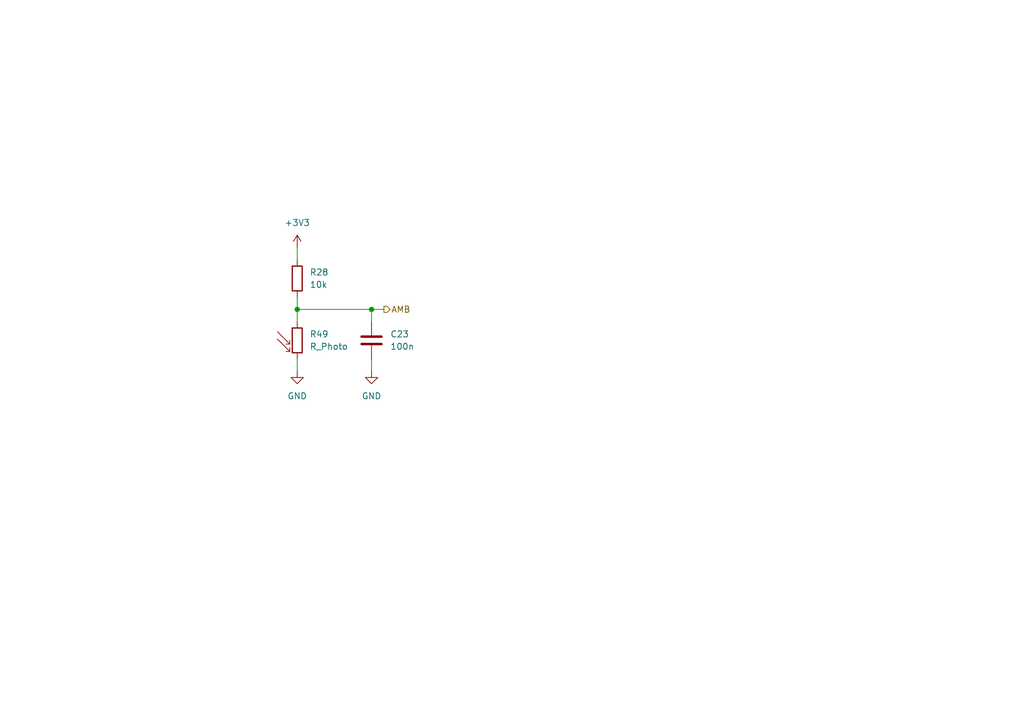
<source format=kicad_sch>
(kicad_sch (version 20231120) (generator "eeschema") (generator_version "8.0")
  (paper "A5")
  (lib_symbols
    (symbol "Device:C" (pin_numbers hide) (pin_names (offset 0.254))
      (property "Reference" "C" (at 0.635 2.54 0))
      (property "Value" "C" (at 0.635 -2.54 0))
      (symbol "C_0_1"
        (polyline (pts (xy -2.032 -0.762) (xy 2.032 -0.762)) (stroke (width 0.508)))
        (polyline (pts (xy -2.032 0.762) (xy 2.032 0.762)) (stroke (width 0.508)))
      )
      (symbol "C_1_1"
        (pin passive line (at 0 3.81 270) (length 2.794) (name "~") (number "1"))
        (pin passive line (at 0 -3.81 90) (length 2.794) (name "~") (number "2"))
      )
    )
    (symbol "Device:R" (pin_numbers hide) (pin_names (offset 0))
      (property "Reference" "R" (at 2.032 0 90))
      (property "Value" "R" (at 0 0 90))
      (symbol "R_0_1"
        (rectangle (start -1.016 -2.54) (end 1.016 2.54) (stroke (width 0.254)))
      )
      (symbol "R_1_1"
        (pin passive line (at 0 3.81 270) (length 1.27) (name "~") (number "1"))
        (pin passive line (at 0 -3.81 90) (length 1.27) (name "~") (number "2"))
      )
    )
    (symbol "Device:R_Photo" (pin_numbers hide) (pin_names (offset 0))
      (property "Reference" "R" (at 1.27 1.27 0))
      (property "Value" "R_Photo" (at 1.27 0 0))
      (symbol "R_Photo_0_1"
        (rectangle (start -1.016 2.54) (end 1.016 -2.54) (stroke (width 0.254)))
        (polyline (pts (xy -1.524 -2.286) (xy -4.064 0.254)))
        (polyline (pts (xy -1.524 -2.286) (xy -2.286 -2.286)))
        (polyline (pts (xy -1.524 -2.286) (xy -1.524 -1.524)))
        (polyline (pts (xy -1.524 -0.762) (xy -4.064 1.778)))
        (polyline (pts (xy -1.524 -0.762) (xy -2.286 -0.762)))
        (polyline (pts (xy -1.524 -0.762) (xy -1.524 0)))
      )
      (symbol "R_Photo_1_1"
        (pin passive line (at 0 3.81 270) (length 1.27) (name "~") (number "1"))
        (pin passive line (at 0 -3.81 90) (length 1.27) (name "~") (number "2"))
      )
    )
    (symbol "power:+3V3" (power) (pin_numbers hide) (pin_names (offset 0) hide)
      (property "Value" "+3V3" (at 0 3.556 0))
      (symbol "+3V3_0_1"
        (polyline (pts (xy -0.762 1.27) (xy 0 2.54)))
        (polyline (pts (xy 0 0) (xy 0 2.54)))
        (polyline (pts (xy 0 2.54) (xy 0.762 1.27)))
      )
      (symbol "+3V3_1_1"
        (pin power_in line (at 0 0 90) (length 0) (name "~") (number "1"))
      )
    )
    (symbol "power:GND" (power) (pin_names (offset 0))
      (property "Value" "GND" (at 0 -3.81 0))
      (symbol "GND_0_1"
        (polyline (pts (xy 0 0) (xy 0 -1.27) (xy 1.27 -1.27) (xy 0 -2.54) (xy -1.27 -1.27) (xy 0 -1.27)))
      )
      (symbol "GND_1_1"
        (pin power_in line (at 0 0 270) (length 0) hide (name "GND") (number "1"))
      )
    )
  )
  (junction (at 76.2 63.5))
  (junction (at 60.96 63.5))
  (wire (pts (xy 60.96 63.5) (xy 76.2 63.5)))
  (wire (pts (xy 60.96 73.66) (xy 60.96 76.2)))
  (wire (pts (xy 76.2 66.04) (xy 76.2 63.5)))
  (wire (pts (xy 60.96 60.96) (xy 60.96 63.5)))
  (wire (pts (xy 60.96 50.8) (xy 60.96 53.34)))
  (wire (pts (xy 60.96 63.5) (xy 60.96 66.04)))
  (wire (pts (xy 76.2 73.66) (xy 76.2 76.2)))
  (wire (pts (xy 76.2 63.5) (xy 78.74 63.5)))
  (hierarchical_label "AMB" (shape output) (at 78.74 63.5 0))
  (symbol (lib_id "power:+3V3") (at 60.96 50.8 0) (unit 1)
    (property "Reference" "#PWR0100" (effects (hide yes)))
    (property "Value" "+3V3" (at 60.96 45.72 0))
    (property "Description" "Power symbol creates a global label with name \"+3V3\"" (effects (hide yes)))
  )
  (symbol (lib_id "power:GND") (at 76.2 76.2 0) (unit 1)
    (property "Reference" "#PWR0102" (effects (hide yes)))
    (property "Value" "GND" (at 76.2 81.28 0))
  )
  (symbol (lib_id "power:GND") (at 60.96 76.2 0) (unit 1)
    (property "Reference" "#PWR0101" (effects (hide yes)))
    (property "Value" "GND" (at 60.96 81.28 0))
  )
  (symbol (lib_id "Device:C") (at 76.2 69.85 0) (unit 1)
    (property "Reference" "C23" (at 80.01 68.5799 0) (effects (justify left)))
    (property "Value" "100n" (at 80.01 71.1199 0) (effects (justify left)))
    (property "Footprint" "Capacitor_SMD:C_0402_1005Metric" (effects (hide yes)))
    (property "Description" "Unpolarized capacitor" (effects (hide yes)))
    (property "LCSC" "C1525" (effects (hide yes)))
  )
  (symbol (lib_id "Device:R") (at 60.96 57.15 0) (unit 1)
    (property "Reference" "R28" (at 63.5 55.8799 0) (effects (justify left)))
    (property "Value" "10k" (at 63.5 58.4199 0) (effects (justify left)))
    (property "Footprint" "Resistor_SMD:R_0402_1005Metric" (effects (hide yes)))
    (property "Description" "Resistor" (effects (hide yes)))
    (property "LCSC" "C25744" (effects (hide yes)))
  )
  (symbol (lib_id "Device:R_Photo") (at 60.96 69.85 0) (unit 1)
    (property "Reference" "R49" (at 63.5 68.5799 0) (effects (justify left)))
    (property "Value" "R_Photo" (at 63.5 71.1199 0) (effects (justify left)))
    (property "Footprint" "Resistor_SMD:R_1210_3225Metric" (effects (hide yes)))
    (property "Description" "Photoresistor" (effects (hide yes)))
    (property "LCSC" "C2904880" (effects (hide yes)))
  )
)
</source>
